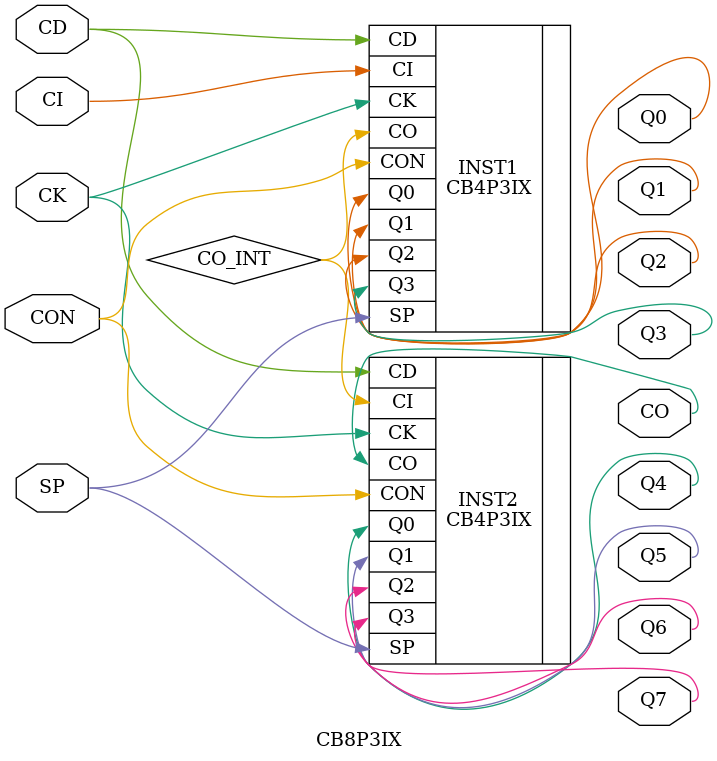
<source format=v>
`resetall
`timescale 1 ns / 100 ps

`celldefine

/* Created by DB2VERILOG Version 1.3.8.0 on Mon Sep 15 13:56:10 1997 */
/* module compiled from "lsl2db 4.4.5 (07/17/96)" run */

module CB8P3IX (CI, SP, CK, CD, CON, CO, Q0, Q1, Q2, 
       Q3, Q4, Q5, Q6, Q7);
parameter DISABLED_GSR = 0;
defparam INST1.DISABLED_GSR = DISABLED_GSR;
defparam INST2.DISABLED_GSR = DISABLED_GSR;
input  CI, SP, CK, CD, CON;
output CO, Q0, Q1, Q2, Q3, Q4, Q5, Q6, Q7;
CB4P3IX INST1 (.CI(CI), .SP(SP), .CK(CK), .CD(CD), .CON(
      CON), .CO(CO_INT), .Q0(Q0), .Q1(Q1), .Q2(Q2),
      .Q3(Q3));
CB4P3IX INST2 (.CI(CO_INT), .SP(SP), .CK(CK), .CD(CD),
      .CON(CON), .CO(CO), .Q0(Q4), .Q1(Q5), .Q2(Q6),
      .Q3(Q7));

endmodule

`endcelldefine

</source>
